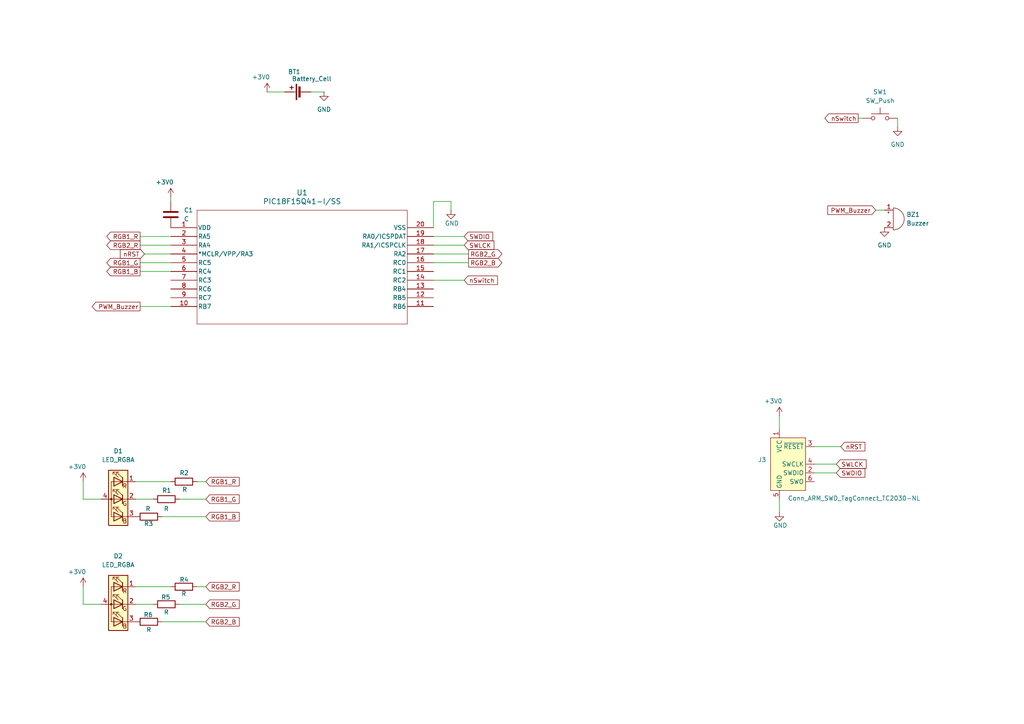
<source format=kicad_sch>
(kicad_sch (version 20231120) (generator "eeschema") (generator_version "8.0")
  (paper "A4")
  (lib_symbols
    (symbol "Connector:Conn_ARM_SWD_TagConnect_TC2030-NL" (in_bom no)
      (property "Reference" "J" (at 2.54 11.43 0))
      (property "Value" "Conn_ARM_SWD_TagConnect_TC2030-NL" (at 2.54 8.89 0))
      (symbol "Conn_ARM_SWD_TagConnect_TC2030-NL_0_0"
        (pin power_in line (at -2.54 10.16 270) (length 2.54) (name "VCC") (number "1"))
        (pin bidirectional line (at 7.62 -2.54 180) (length 2.54) (name "SWDIO") (number "2"))
        (pin open_collector line (at 7.62 5.08 180) (length 2.54) (name "~{RESET}") (number "3"))
        (pin output line (at 7.62 0 180) (length 2.54) (name "SWCLK") (number "4"))
        (pin power_in line (at -2.54 -10.16 90) (length 2.54) (name "GND") (number "5"))
        (pin input line (at 7.62 -5.08 180) (length 2.54) (name "SWO") (number "6"))
      )
      (symbol "Conn_ARM_SWD_TagConnect_TC2030-NL_0_1"
        (rectangle (start -5.08 7.62) (end 5.08 -7.62) (fill (type background)))
      )
    )
    (symbol "Device:Battery_Cell" (pin_numbers hide) (pin_names (offset 0) hide)
      (property "Reference" "BT" (at 2.54 2.54 0))
      (property "Value" "Battery_Cell" (at 2.54 0 0))
      (symbol "Battery_Cell_0_1"
        (rectangle (start -2.286 1.778) (end 2.286 1.524) (fill (type outline)))
        (rectangle (start -1.524 1.016) (end 1.524 0.508) (fill (type outline)))
        (polyline (pts (xy 0 0.762) (xy 0 0)))
        (polyline (pts (xy 0 1.778) (xy 0 2.54)))
        (polyline (pts (xy 0.762 3.048) (xy 1.778 3.048)) (stroke (width 0.254)))
        (polyline (pts (xy 1.27 3.556) (xy 1.27 2.54)) (stroke (width 0.254)))
      )
      (symbol "Battery_Cell_1_1"
        (pin passive line (at 0 5.08 270) (length 2.54) (name "+") (number "1"))
        (pin passive line (at 0 -2.54 90) (length 2.54) (name "-") (number "2"))
      )
    )
    (symbol "Device:Buzzer" (pin_names (offset 0.0254) hide)
      (property "Reference" "BZ" (at 3.81 1.27 0))
      (property "Value" "Buzzer" (at 3.81 -1.27 0))
      (symbol "Buzzer_0_1"
        (arc (start 0 -3.175) (mid 3.1612 0) (end 0 3.175))
        (polyline (pts (xy -1.651 1.905) (xy -1.143 1.905)))
        (polyline (pts (xy -1.397 2.159) (xy -1.397 1.651)))
        (polyline (pts (xy 0 3.175) (xy 0 -3.175)))
      )
      (symbol "Buzzer_1_1"
        (pin passive line (at -2.54 2.54 0) (length 2.54) (name "+") (number "1"))
        (pin passive line (at -2.54 -2.54 0) (length 2.54) (name "-") (number "2"))
      )
    )
    (symbol "Device:C" (pin_numbers hide) (pin_names (offset 0.254))
      (property "Reference" "C" (at 0.635 2.54 0))
      (property "Value" "C" (at 0.635 -2.54 0))
      (symbol "C_0_1"
        (polyline (pts (xy -2.032 -0.762) (xy 2.032 -0.762)) (stroke (width 0.508)))
        (polyline (pts (xy -2.032 0.762) (xy 2.032 0.762)) (stroke (width 0.508)))
      )
      (symbol "C_1_1"
        (pin passive line (at 0 3.81 270) (length 2.794) (name "~") (number "1"))
        (pin passive line (at 0 -3.81 90) (length 2.794) (name "~") (number "2"))
      )
    )
    (symbol "Device:LED_RGBA" (pin_names (offset 0) hide)
      (property "Reference" "D" (at 0 9.398 0))
      (property "Value" "LED_RGBA" (at 0 -8.89 0))
      (symbol "LED_RGBA_0_0"
        (text "B" (at -1.905 -6.35 0) (effects (font (size 1.27 1.27))))
        (text "G" (at -1.905 -1.27 0) (effects (font (size 1.27 1.27))))
        (text "R" (at -1.905 3.81 0) (effects (font (size 1.27 1.27))))
      )
      (symbol "LED_RGBA_0_1"
        (polyline (pts (xy -1.27 -5.08) (xy -2.54 -5.08)))
        (polyline (pts (xy -1.27 -5.08) (xy 1.27 -5.08)))
        (polyline (pts (xy -1.27 -3.81) (xy -1.27 -6.35)) (stroke (width 0.254)))
        (polyline (pts (xy -1.27 0) (xy -2.54 0)))
        (polyline (pts (xy -1.27 1.27) (xy -1.27 -1.27)) (stroke (width 0.254)))
        (polyline (pts (xy -1.27 5.08) (xy -2.54 5.08)))
        (polyline (pts (xy -1.27 5.08) (xy 1.27 5.08)))
        (polyline (pts (xy -1.27 6.35) (xy -1.27 3.81)) (stroke (width 0.254)))
        (polyline (pts (xy 1.27 0) (xy -1.27 0)))
        (polyline (pts (xy 1.27 0) (xy 2.54 0)))
        (polyline (pts (xy -1.27 1.27) (xy -1.27 -1.27) (xy -1.27 -1.27)))
        (polyline (pts (xy -1.27 6.35) (xy -1.27 3.81) (xy -1.27 3.81)))
        (polyline (pts (xy 1.27 -5.08) (xy 2.032 -5.08) (xy 2.032 5.08) (xy 1.27 5.08)))
        (polyline (pts (xy 1.27 -3.81) (xy 1.27 -6.35) (xy -1.27 -5.08) (xy 1.27 -3.81)) (stroke (width 0.254)))
        (polyline (pts (xy 1.27 1.27) (xy 1.27 -1.27) (xy -1.27 0) (xy 1.27 1.27)) (stroke (width 0.254)))
        (polyline (pts (xy 1.27 6.35) (xy 1.27 3.81) (xy -1.27 5.08) (xy 1.27 6.35)) (stroke (width 0.254)))
        (polyline (pts (xy -1.016 -3.81) (xy 0.508 -2.286) (xy -0.254 -2.286) (xy 0.508 -2.286) (xy 0.508 -3.048)))
        (polyline (pts (xy -1.016 1.27) (xy 0.508 2.794) (xy -0.254 2.794) (xy 0.508 2.794) (xy 0.508 2.032)))
        (polyline (pts (xy -1.016 6.35) (xy 0.508 7.874) (xy -0.254 7.874) (xy 0.508 7.874) (xy 0.508 7.112)))
        (polyline (pts (xy 0 -3.81) (xy 1.524 -2.286) (xy 0.762 -2.286) (xy 1.524 -2.286) (xy 1.524 -3.048)))
        (polyline (pts (xy 0 1.27) (xy 1.524 2.794) (xy 0.762 2.794) (xy 1.524 2.794) (xy 1.524 2.032)))
        (polyline (pts (xy 0 6.35) (xy 1.524 7.874) (xy 0.762 7.874) (xy 1.524 7.874) (xy 1.524 7.112)))
        (rectangle (start 1.27 -1.27) (end 1.27 1.27))
        (rectangle (start 1.27 1.27) (end 1.27 1.27))
        (rectangle (start 1.27 3.81) (end 1.27 6.35))
        (rectangle (start 1.27 6.35) (end 1.27 6.35))
        (circle (center 2.032 0) (radius 0.254) (fill (type outline)))
        (rectangle (start 2.794 8.382) (end -2.794 -7.62) (stroke (width 0.254)) (fill (type background)))
      )
      (symbol "LED_RGBA_1_1"
        (pin passive line (at -5.08 5.08 0) (length 2.54) (name "RK") (number "1"))
        (pin passive line (at -5.08 0 0) (length 2.54) (name "GK") (number "2"))
        (pin passive line (at -5.08 -5.08 0) (length 2.54) (name "BK") (number "3"))
        (pin passive line (at 5.08 0 180) (length 2.54) (name "A") (number "4"))
      )
    )
    (symbol "Device:R" (pin_numbers hide) (pin_names (offset 0))
      (property "Reference" "R" (at 2.032 0 90))
      (property "Value" "R" (at 0 0 90))
      (symbol "R_0_1"
        (rectangle (start -1.016 -2.54) (end 1.016 2.54) (stroke (width 0.254)))
      )
      (symbol "R_1_1"
        (pin passive line (at 0 3.81 270) (length 1.27) (name "~") (number "1"))
        (pin passive line (at 0 -3.81 90) (length 1.27) (name "~") (number "2"))
      )
    )
    (symbol "PIC18F15Q41-I-SS:PIC18F15Q41-I_SS" (pin_names (offset 0.254))
      (property "Reference" "U" (at 38.1 10.16 0))
      (property "Value" "PIC18F15Q41-I/SS" (at 38.1 7.62 0))
      (symbol "PIC18F15Q41-I_SS_0_1"
        (polyline (pts (xy 7.62 -27.94) (xy 68.58 -27.94)) (stroke (width 0.127)))
        (polyline (pts (xy 7.62 5.08) (xy 7.62 -27.94)) (stroke (width 0.127)))
        (polyline (pts (xy 68.58 -27.94) (xy 68.58 5.08)) (stroke (width 0.127)))
        (polyline (pts (xy 68.58 5.08) (xy 7.62 5.08)) (stroke (width 0.127)))
        (pin power_in line (at 0 0 0) (length 7.62) (name "VDD") (number "1"))
        (pin bidirectional line (at 0 -22.86 0) (length 7.62) (name "RB7") (number "10"))
        (pin bidirectional line (at 76.2 -22.86 180) (length 7.62) (name "RB6") (number "11"))
        (pin bidirectional line (at 76.2 -20.32 180) (length 7.62) (name "RB5") (number "12"))
        (pin bidirectional line (at 76.2 -17.78 180) (length 7.62) (name "RB4") (number "13"))
        (pin bidirectional line (at 76.2 -15.24 180) (length 7.62) (name "RC2") (number "14"))
        (pin bidirectional line (at 76.2 -12.7 180) (length 7.62) (name "RC1") (number "15"))
        (pin bidirectional line (at 76.2 -10.16 180) (length 7.62) (name "RC0") (number "16"))
        (pin bidirectional line (at 76.2 -7.62 180) (length 7.62) (name "RA2") (number "17"))
        (pin bidirectional line (at 76.2 -5.08 180) (length 7.62) (name "RA1/ICSPCLK") (number "18"))
        (pin bidirectional line (at 76.2 -2.54 180) (length 7.62) (name "RA0/ICSPDAT") (number "19"))
        (pin bidirectional line (at 0 -2.54 0) (length 7.62) (name "RA5") (number "2"))
        (pin power_out line (at 76.2 0 180) (length 7.62) (name "VSS") (number "20"))
        (pin bidirectional line (at 0 -5.08 0) (length 7.62) (name "RA4") (number "3"))
        (pin bidirectional line (at 0 -7.62 0) (length 7.62) (name "*MCLR/VPP/RA3") (number "4"))
        (pin bidirectional line (at 0 -10.16 0) (length 7.62) (name "RC5") (number "5"))
        (pin bidirectional line (at 0 -12.7 0) (length 7.62) (name "RC4") (number "6"))
        (pin bidirectional line (at 0 -15.24 0) (length 7.62) (name "RC3") (number "7"))
        (pin bidirectional line (at 0 -17.78 0) (length 7.62) (name "RC6") (number "8"))
        (pin bidirectional line (at 0 -20.32 0) (length 7.62) (name "RC7") (number "9"))
      )
    )
    (symbol "Switch:SW_Push" (pin_numbers hide) (pin_names (offset 1.016) hide)
      (property "Reference" "SW" (at 1.27 2.54 0))
      (property "Value" "SW_Push" (at 0 -1.524 0))
      (symbol "SW_Push_0_1"
        (circle (center -2.032 0) (radius 0.508))
        (polyline (pts (xy 0 1.27) (xy 0 3.048)))
        (polyline (pts (xy 2.54 1.27) (xy -2.54 1.27)))
        (circle (center 2.032 0) (radius 0.508))
        (pin passive line (at -5.08 0 0) (length 2.54) (name "1") (number "1"))
        (pin passive line (at 5.08 0 180) (length 2.54) (name "2") (number "2"))
      )
    )
    (symbol "power:+3V0" (power) (pin_numbers hide) (pin_names (offset 0) hide)
      (property "Value" "+3V0" (at 0 3.556 0))
      (symbol "+3V0_0_1"
        (polyline (pts (xy -0.762 1.27) (xy 0 2.54)))
        (polyline (pts (xy 0 0) (xy 0 2.54)))
        (polyline (pts (xy 0 2.54) (xy 0.762 1.27)))
      )
      (symbol "+3V0_1_1"
        (pin power_in line (at 0 0 90) (length 0) (name "~") (number "1"))
      )
    )
    (symbol "power:GND" (power) (pin_numbers hide) (pin_names (offset 0) hide)
      (property "Value" "GND" (at 0 -3.81 0))
      (symbol "GND_0_1"
        (polyline (pts (xy 0 0) (xy 0 -1.27) (xy 1.27 -1.27) (xy 0 -2.54) (xy -1.27 -1.27) (xy 0 -1.27)))
      )
      (symbol "GND_1_1"
        (pin power_in line (at 0 0 270) (length 0) (name "~") (number "1"))
      )
    )
  )
  (wire (pts (xy 236.22 137.16) (xy 242.57 137.16)))
  (wire (pts (xy 226.06 120.65) (xy 226.06 124.46)))
  (wire (pts (xy 125.73 68.58) (xy 134.62 68.58)))
  (wire (pts (xy 254 60.96) (xy 256.54 60.96)))
  (wire (pts (xy 39.37 144.78) (xy 44.45 144.78)))
  (wire (pts (xy 226.06 144.78) (xy 226.06 148.59)))
  (wire (pts (xy 125.73 73.66) (xy 135.89 73.66)))
  (wire (pts (xy 260.35 34.29) (xy 260.35 36.83)))
  (wire (pts (xy 52.07 175.26) (xy 59.69 175.26)))
  (wire (pts (xy 39.37 175.26) (xy 44.45 175.26)))
  (wire (pts (xy 125.73 58.42) (xy 125.73 66.04)))
  (wire (pts (xy 40.64 68.58) (xy 49.53 68.58)))
  (wire (pts (xy 41.91 73.66) (xy 49.53 73.66)))
  (wire (pts (xy 40.64 88.9) (xy 49.53 88.9)))
  (wire (pts (xy 125.73 76.2) (xy 135.89 76.2)))
  (wire (pts (xy 29.21 175.26) (xy 24.13 175.26)))
  (wire (pts (xy 40.64 76.2) (xy 49.53 76.2)))
  (wire (pts (xy 57.15 170.18) (xy 59.69 170.18)))
  (wire (pts (xy 49.53 57.15) (xy 49.53 58.42)))
  (wire (pts (xy 40.64 71.12) (xy 49.53 71.12)))
  (wire (pts (xy 40.64 78.74) (xy 49.53 78.74)))
  (wire (pts (xy 236.22 129.54) (xy 243.84 129.54)))
  (wire (pts (xy 130.81 58.42) (xy 130.81 60.96)))
  (wire (pts (xy 39.37 139.7) (xy 49.53 139.7)))
  (wire (pts (xy 125.73 58.42) (xy 130.81 58.42)))
  (wire (pts (xy 52.07 144.78) (xy 59.69 144.78)))
  (wire (pts (xy 39.37 170.18) (xy 49.53 170.18)))
  (wire (pts (xy 125.73 81.28) (xy 134.62 81.28)))
  (wire (pts (xy 77.47 26.67) (xy 82.55 26.67)))
  (wire (pts (xy 90.17 26.67) (xy 93.98 26.67)))
  (wire (pts (xy 24.13 139.7) (xy 24.13 144.78)))
  (wire (pts (xy 125.73 71.12) (xy 134.62 71.12)))
  (wire (pts (xy 46.99 180.34) (xy 59.69 180.34)))
  (wire (pts (xy 24.13 144.78) (xy 29.21 144.78)))
  (wire (pts (xy 24.13 175.26) (xy 24.13 170.18)))
  (wire (pts (xy 236.22 134.62) (xy 242.57 134.62)))
  (wire (pts (xy 46.99 149.86) (xy 59.69 149.86)))
  (wire (pts (xy 57.15 139.7) (xy 59.69 139.7)))
  (wire (pts (xy 248.92 34.29) (xy 250.19 34.29)))
  (global_label "nRST" (shape input) (at 41.91 73.66 180) (property "Intersheetrefs" "${INTERSHEET_REFS}" (effects (hide yes))))
  (global_label "RGB1_G" (shape input) (at 59.69 144.78 0) (property "Intersheetrefs" "${INTERSHEET_REFS}" (effects (hide yes))))
  (global_label "SWDIO" (shape input) (at 134.62 68.58 0) (property "Intersheetrefs" "${INTERSHEET_REFS}" (effects (hide yes))))
  (global_label "nRST" (shape input) (at 243.84 129.54 0) (property "Intersheetrefs" "${INTERSHEET_REFS}" (effects (hide yes))))
  (global_label "SWDIO" (shape input) (at 242.57 137.16 0) (property "Intersheetrefs" "${INTERSHEET_REFS}" (effects (hide yes))))
  (global_label "PWM_Buzzer" (shape input) (at 254 60.96 180) (property "Intersheetrefs" "${INTERSHEET_REFS}" (effects (hide yes))))
  (global_label "RGB2_B" (shape output) (at 135.89 76.2 0) (property "Intersheetrefs" "${INTERSHEET_REFS}" (effects (hide yes))))
  (global_label "PWM_Buzzer" (shape output) (at 40.64 88.9 180) (property "Intersheetrefs" "${INTERSHEET_REFS}" (effects (hide yes))))
  (global_label "RGB2_G" (shape input) (at 59.69 175.26 0) (property "Intersheetrefs" "${INTERSHEET_REFS}" (effects (hide yes))))
  (global_label "RGB1_R" (shape output) (at 40.64 68.58 180) (property "Intersheetrefs" "${INTERSHEET_REFS}" (effects (hide yes))))
  (global_label "RGB2_B" (shape input) (at 59.69 180.34 0) (property "Intersheetrefs" "${INTERSHEET_REFS}" (effects (hide yes))))
  (global_label "RGB2_R" (shape output) (at 40.64 71.12 180) (property "Intersheetrefs" "${INTERSHEET_REFS}" (effects (hide yes))))
  (global_label "SWLCK" (shape input) (at 242.57 134.62 0) (property "Intersheetrefs" "${INTERSHEET_REFS}" (effects (hide yes))))
  (global_label "RGB1_B" (shape input) (at 59.69 149.86 0) (property "Intersheetrefs" "${INTERSHEET_REFS}" (effects (hide yes))))
  (global_label "RGB1_B" (shape output) (at 40.64 78.74 180) (property "Intersheetrefs" "${INTERSHEET_REFS}" (effects (hide yes))))
  (global_label "SWLCK" (shape input) (at 134.62 71.12 0) (property "Intersheetrefs" "${INTERSHEET_REFS}" (effects (hide yes))))
  (global_label "RGB2_G" (shape output) (at 135.89 73.66 0) (property "Intersheetrefs" "${INTERSHEET_REFS}" (effects (hide yes))))
  (global_label "nSwitch" (shape output) (at 248.92 34.29 180) (property "Intersheetrefs" "${INTERSHEET_REFS}" (effects (hide yes))))
  (global_label "RGB2_R" (shape input) (at 59.69 170.18 0) (property "Intersheetrefs" "${INTERSHEET_REFS}" (effects (hide yes))))
  (global_label "RGB1_R" (shape input) (at 59.69 139.7 0) (property "Intersheetrefs" "${INTERSHEET_REFS}" (effects (hide yes))))
  (global_label "nSwitch" (shape input) (at 134.62 81.28 0) (property "Intersheetrefs" "${INTERSHEET_REFS}" (effects (hide yes))))
  (global_label "RGB1_G" (shape output) (at 40.64 76.2 180) (property "Intersheetrefs" "${INTERSHEET_REFS}" (effects (hide yes))))
  (symbol (lib_id "Device:C") (at 49.53 62.23 0) (unit 1)
    (property "Reference" "C1" (at 53.34 60.9599 0) (effects (justify left)))
    (property "Value" "C" (at 53.34 63.4999 0) (effects (justify left)))
    (property "Footprint" "Capacitor_THT:C_Disc_D4.3mm_W1.9mm_P5.00mm" (effects (hide yes)))
    (property "Description" "Unpolarized capacitor" (effects (hide yes)))
  )
  (symbol (lib_id "power:GND") (at 256.54 66.04 0) (unit 1)
    (property "Reference" "#PWR010" (effects (hide yes)))
    (property "Value" "GND" (at 256.54 71.12 0))
    (property "Description" "Power symbol creates a global label with name \"GND\" , ground" (effects (hide yes)))
  )
  (symbol (lib_id "Device:R") (at 48.26 175.26 270) (unit 1)
    (property "Reference" "R5" (at 46.736 173.228 90) (effects (justify left)))
    (property "Value" "R" (at 47.498 177.546 90) (effects (justify left)))
    (property "Footprint" "Resistor_THT:R_Axial_DIN0207_L6.3mm_D2.5mm_P7.62mm_Horizontal" (effects (hide yes)))
    (property "Description" "Resistor" (effects (hide yes)))
  )
  (symbol (lib_id "power:GND") (at 93.98 26.67 0) (unit 1)
    (property "Reference" "#PWR02" (effects (hide yes)))
    (property "Value" "GND" (at 93.98 31.75 0))
    (property "Description" "Power symbol creates a global label with name \"GND\" , ground" (effects (hide yes)))
  )
  (symbol (lib_id "Switch:SW_Push") (at 255.27 34.29 0) (unit 1)
    (property "Reference" "SW1" (at 255.27 26.67 0))
    (property "Value" "SW_Push" (at 255.27 29.21 0))
    (property "Footprint" "Button_Switch_SMD:SW_SPST_PTS647_Sx38" (effects (hide yes)))
    (property "Description" "Push button switch, generic, two pins" (effects (hide yes)))
  )
  (symbol (lib_id "Device:Buzzer") (at 259.08 63.5 0) (unit 1)
    (property "Reference" "BZ1" (at 262.89 62.2299 0) (effects (justify left)))
    (property "Value" "Buzzer" (at 262.89 64.7699 0) (effects (justify left)))
    (property "Footprint" "Buzzer_Beeper:MagneticBuzzer_ProSignal_ABI-009-RC" (effects (hide yes)))
    (property "Description" "Buzzer, polarized" (effects (hide yes)))
  )
  (symbol (lib_id "Device:R") (at 53.34 139.7 270) (mirror x) (unit 1)
    (property "Reference" "R2" (at 52.07 137.1601 90) (effects (justify left)))
    (property "Value" "R" (at 52.832 141.986 90) (effects (justify left)))
    (property "Footprint" "Resistor_THT:R_Axial_DIN0207_L6.3mm_D2.5mm_P7.62mm_Horizontal" (effects (hide yes)))
    (property "Description" "Resistor" (effects (hide yes)))
  )
  (symbol (lib_id "Device:R") (at 43.18 149.86 90) (mirror x) (unit 1)
    (property "Reference" "R3" (at 44.45 151.892 90) (effects (justify left)))
    (property "Value" "R" (at 43.688 147.574 90) (effects (justify left)))
    (property "Footprint" "Resistor_THT:R_Axial_DIN0207_L6.3mm_D2.5mm_P7.62mm_Horizontal" (effects (hide yes)))
    (property "Description" "Resistor" (effects (hide yes)))
  )
  (symbol (lib_id "power:+3V0") (at 24.13 139.7 0) (unit 1)
    (property "Reference" "#PWR07" (effects (hide yes)))
    (property "Value" "+3V0" (at 22.352 135.382 0))
    (property "Description" "Power symbol creates a global label with name \"+3V0\"" (effects (hide yes)))
  )
  (symbol (lib_id "power:+3V0") (at 226.06 120.65 0) (unit 1)
    (property "Reference" "#PWR06" (effects (hide yes)))
    (property "Value" "+3V0" (at 224.282 116.332 0))
    (property "Description" "Power symbol creates a global label with name \"+3V0\"" (effects (hide yes)))
  )
  (symbol (lib_id "Device:Battery_Cell") (at 87.63 26.67 90) (unit 1)
    (property "Reference" "BT1" (at 85.344 20.828 90))
    (property "Value" "Battery_Cell" (at 90.424 22.86 90))
    (property "Footprint" "Battery:BatteryHolder_Keystone_3034_1x20mm" (effects (hide yes)))
    (property "Description" "Single-cell battery" (effects (hide yes)))
  )
  (symbol (lib_id "Device:LED_RGBA") (at 34.29 175.26 0) (mirror y) (unit 1)
    (property "Reference" "D2" (at 34.29 161.29 0))
    (property "Value" "LED_RGBA" (at 34.29 163.83 0))
    (property "Footprint" "cr_Library:cr_RGB_LED" (effects (hide yes)))
    (property "Description" "RGB LED, red/green/blue/anode" (effects (hide yes)))
  )
  (symbol (lib_id "PIC18F15Q41-I-SS:PIC18F15Q41-I_SS") (at 49.53 66.04 0) (unit 1)
    (property "Reference" "U1" (at 87.63 55.88 0) (effects (font (size 1.524 1.524))))
    (property "Value" "PIC18F15Q41-I/SS" (at 87.63 58.42 0) (effects (font (size 1.524 1.524))))
    (property "Footprint" "PIC18F15Q41-I-SS:SSOP20_SS_MCH" (effects (hide yes)))
    (property "Datasheet" "PIC18F15Q41-I/SS" (effects (hide yes)))
  )
  (symbol (lib_id "Device:R") (at 48.26 144.78 270) (mirror x) (unit 1)
    (property "Reference" "R1" (at 46.99 142.2401 90) (effects (justify left)))
    (property "Value" "R" (at 47.498 147.574 90) (effects (justify left)))
    (property "Footprint" "Resistor_THT:R_Axial_DIN0207_L6.3mm_D2.5mm_P7.62mm_Horizontal" (effects (hide yes)))
    (property "Description" "Resistor" (effects (hide yes)))
  )
  (symbol (lib_id "Device:R") (at 53.34 170.18 270) (unit 1)
    (property "Reference" "R4" (at 52.07 168.148 90) (effects (justify left)))
    (property "Value" "R" (at 52.578 172.212 90) (effects (justify left)))
    (property "Footprint" "Resistor_THT:R_Axial_DIN0207_L6.3mm_D2.5mm_P7.62mm_Horizontal" (effects (hide yes)))
    (property "Description" "Resistor" (effects (hide yes)))
  )
  (symbol (lib_id "power:+3V0") (at 24.13 170.18 0) (unit 1)
    (property "Reference" "#PWR08" (effects (hide yes)))
    (property "Value" "+3V0" (at 22.352 165.862 0))
    (property "Description" "Power symbol creates a global label with name \"+3V0\"" (effects (hide yes)))
  )
  (symbol (lib_id "power:GND") (at 130.81 60.96 0) (unit 1)
    (property "Reference" "#PWR04" (effects (hide yes)))
    (property "Value" "GND" (at 131.064 64.77 0))
    (property "Description" "Power symbol creates a global label with name \"GND\" , ground" (effects (hide yes)))
  )
  (symbol (lib_id "power:+3V0") (at 77.47 26.67 0) (unit 1)
    (property "Reference" "#PWR01" (effects (hide yes)))
    (property "Value" "+3V0" (at 75.692 22.352 0))
    (property "Description" "Power symbol creates a global label with name \"+3V0\"" (effects (hide yes)))
  )
  (symbol (lib_id "Device:LED_RGBA") (at 34.29 144.78 0) (mirror y) (unit 1)
    (property "Reference" "D1" (at 34.29 130.81 0))
    (property "Value" "LED_RGBA" (at 34.29 133.35 0))
    (property "Footprint" "cr_Library:cr_RGB_LED" (effects (hide yes)))
    (property "Description" "RGB LED, red/green/blue/anode" (effects (hide yes)))
  )
  (symbol (lib_id "power:+3V0") (at 49.53 57.15 0) (unit 1)
    (property "Reference" "#PWR03" (effects (hide yes)))
    (property "Value" "+3V0" (at 47.752 52.832 0))
    (property "Description" "Power symbol creates a global label with name \"+3V0\"" (effects (hide yes)))
  )
  (symbol (lib_id "Device:R") (at 43.18 180.34 270) (unit 1)
    (property "Reference" "R6" (at 41.656 178.308 90) (effects (justify left)))
    (property "Value" "R" (at 42.418 182.626 90) (effects (justify left)))
    (property "Footprint" "Resistor_THT:R_Axial_DIN0207_L6.3mm_D2.5mm_P7.62mm_Horizontal" (effects (hide yes)))
    (property "Description" "Resistor" (effects (hide yes)))
  )
  (symbol (lib_id "power:GND") (at 260.35 36.83 0) (unit 1)
    (property "Reference" "#PWR09" (effects (hide yes)))
    (property "Value" "GND" (at 260.35 41.91 0))
    (property "Description" "Power symbol creates a global label with name \"GND\" , ground" (effects (hide yes)))
  )
  (symbol (lib_id "power:GND") (at 226.06 148.59 0) (unit 1)
    (property "Reference" "#PWR05" (effects (hide yes)))
    (property "Value" "GND" (at 226.314 152.4 0))
    (property "Description" "Power symbol creates a global label with name \"GND\" , ground" (effects (hide yes)))
  )
  (symbol (lib_id "Connector:Conn_ARM_SWD_TagConnect_TC2030-NL") (at 228.6 134.62 0) (unit 1) (in_bom no)
    (property "Reference" "J3" (at 222.25 133.3499 0) (effects (justify right)))
    (property "Value" "Conn_ARM_SWD_TagConnect_TC2030-NL" (at 266.954 144.526 0) (effects (justify right)))
    (property "Footprint" "Connector:Tag-Connect_TC2030-IDC-NL_2x03_P1.27mm_Vertical" (effects (hide yes)))
    (property "Datasheet" "https://www.tag-connect.com/wp-content/uploads/bsk-pdf-manager/TC2030-CTX_1.pdf" (effects (hide yes)))
    (property "Description" "Tag-Connect ARM Cortex SWD JTAG connector, 6 pin, no legs" (effects (hide yes)))
  )
)
</source>
